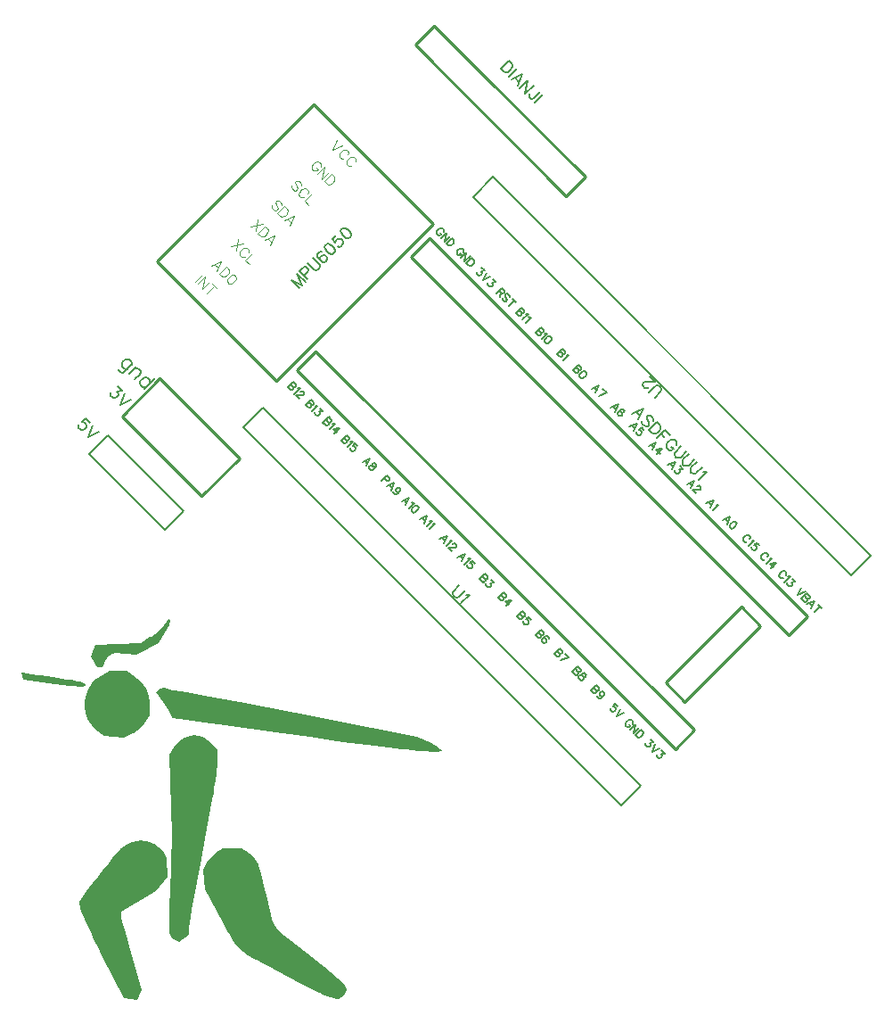
<source format=gto>
G04 Layer: TopSilkscreenLayer*
G04 EasyEDA v6.5.9, 2022-07-20 21:00:06*
G04 675a4c6cb2ae45bbbec233c6ba45e6eb,48182110fa554b5a8835cd683ef60cbf,10*
G04 Gerber Generator version 0.2*
G04 Scale: 100 percent, Rotated: No, Reflected: No *
G04 Dimensions in millimeters *
G04 leading zeros omitted , absolute positions ,4 integer and 5 decimal *
%FSLAX45Y45*%
%MOMM*%

%ADD10C,0.2032*%
%ADD11C,0.1000*%
%ADD12C,0.1520*%
%ADD13C,0.1524*%
%ADD14C,0.1270*%
%ADD15C,0.2540*%
%ADD16C,0.0147*%

%LPD*%
G36*
X-3641445Y-1187500D02*
G01*
X-3688486Y-1253388D01*
X-3694734Y-1261211D01*
X-3701999Y-1269441D01*
X-3710076Y-1277975D01*
X-3718966Y-1286764D01*
X-3728465Y-1295704D01*
X-3738524Y-1304747D01*
X-3749040Y-1313688D01*
X-3765397Y-1326896D01*
X-3776573Y-1335430D01*
X-3787851Y-1343609D01*
X-3799078Y-1351330D01*
X-3810203Y-1358544D01*
X-3821074Y-1365199D01*
X-3912158Y-1418590D01*
X-4344263Y-1439418D01*
X-4382973Y-1549908D01*
X-4349496Y-1609293D01*
X-4345432Y-1615643D01*
X-4341368Y-1621485D01*
X-4337253Y-1626819D01*
X-4333138Y-1631645D01*
X-4329023Y-1636014D01*
X-4324908Y-1639874D01*
X-4320794Y-1643278D01*
X-4316679Y-1646123D01*
X-4312615Y-1648510D01*
X-4308602Y-1650390D01*
X-4304639Y-1651762D01*
X-4300778Y-1652676D01*
X-4296968Y-1653082D01*
X-4293209Y-1652981D01*
X-4289552Y-1652371D01*
X-4286046Y-1651254D01*
X-4282592Y-1649679D01*
X-4279290Y-1647596D01*
X-4276140Y-1644954D01*
X-4273143Y-1641906D01*
X-4270248Y-1638300D01*
X-4267555Y-1634185D01*
X-4265015Y-1629613D01*
X-4262678Y-1624533D01*
X-4260545Y-1618894D01*
X-4258614Y-1612798D01*
X-4255465Y-1601114D01*
X-4253585Y-1595932D01*
X-4251350Y-1590700D01*
X-4248759Y-1585417D01*
X-4245813Y-1580184D01*
X-4242562Y-1575003D01*
X-4239006Y-1569923D01*
X-4235196Y-1564944D01*
X-4231182Y-1560169D01*
X-4222597Y-1551228D01*
X-4218076Y-1547164D01*
X-4213453Y-1543405D01*
X-4208780Y-1540002D01*
X-4204004Y-1537004D01*
X-4199280Y-1534414D01*
X-4153204Y-1511452D01*
X-3952900Y-1530705D01*
X-3737406Y-1419809D01*
X-3676802Y-1320292D01*
X-3668166Y-1305153D01*
X-3660241Y-1290320D01*
X-3653078Y-1275943D01*
X-3646881Y-1262329D01*
X-3641648Y-1249680D01*
X-3637534Y-1238300D01*
X-3634638Y-1228394D01*
X-3633673Y-1224076D01*
X-3633063Y-1220216D01*
X-3632809Y-1216863D01*
X-3632911Y-1214018D01*
X-3633368Y-1211732D01*
G37*
G36*
X-4049014Y-1684477D02*
G01*
X-4207814Y-1685137D01*
X-4361738Y-1772716D01*
X-4410151Y-1864614D01*
X-4415434Y-1875637D01*
X-4420260Y-1886762D01*
X-4424578Y-1898040D01*
X-4428490Y-1909368D01*
X-4431944Y-1920748D01*
X-4434941Y-1932228D01*
X-4437430Y-1943760D01*
X-4439564Y-1955342D01*
X-4441190Y-1966925D01*
X-4442358Y-1978507D01*
X-4443120Y-1990140D01*
X-4443425Y-2001774D01*
X-4443323Y-2013356D01*
X-4442764Y-2024938D01*
X-4441799Y-2036470D01*
X-4440377Y-2047900D01*
X-4438548Y-2059330D01*
X-4436313Y-2070658D01*
X-4433620Y-2081885D01*
X-4430572Y-2093061D01*
X-4427067Y-2104085D01*
X-4423156Y-2115007D01*
X-4418838Y-2125776D01*
X-4414113Y-2136394D01*
X-4408982Y-2146858D01*
X-4403445Y-2157171D01*
X-4397552Y-2167280D01*
X-4391253Y-2177186D01*
X-4384548Y-2186940D01*
X-4377436Y-2196439D01*
X-4369968Y-2205685D01*
X-4362145Y-2214727D01*
X-4353864Y-2223516D01*
X-4345279Y-2232050D01*
X-4336288Y-2240280D01*
X-4326940Y-2248255D01*
X-4317238Y-2255875D01*
X-4259732Y-2297836D01*
X-4066286Y-2316378D01*
X-3988612Y-2279446D01*
X-3978148Y-2273604D01*
X-3967276Y-2266797D01*
X-3956151Y-2259076D01*
X-3944975Y-2250694D01*
X-3933850Y-2241651D01*
X-3922979Y-2232152D01*
X-3912412Y-2222296D01*
X-3902354Y-2212238D01*
X-3892956Y-2202078D01*
X-3884371Y-2191969D01*
X-3876700Y-2182012D01*
X-3825443Y-2106777D01*
X-3825494Y-2004009D01*
X-3825900Y-1989734D01*
X-3826662Y-1975764D01*
X-3827779Y-1962251D01*
X-3829354Y-1949094D01*
X-3831285Y-1936292D01*
X-3833622Y-1923846D01*
X-3836365Y-1911705D01*
X-3839514Y-1899920D01*
X-3843121Y-1888489D01*
X-3847084Y-1877364D01*
X-3851503Y-1866544D01*
X-3856380Y-1855978D01*
X-3861663Y-1845716D01*
X-3867404Y-1835759D01*
X-3873601Y-1826056D01*
X-3880256Y-1816607D01*
X-3887368Y-1807413D01*
X-3894937Y-1798421D01*
X-3902964Y-1789684D01*
X-3911447Y-1781149D01*
X-3920439Y-1772869D01*
X-3929887Y-1764741D01*
X-3939844Y-1756816D01*
X-3950258Y-1749043D01*
X-3961180Y-1741474D01*
G37*
G36*
X-5044998Y-1699006D02*
G01*
X-5031079Y-1771345D01*
X-4720336Y-1811629D01*
X-4649368Y-1819910D01*
X-4585360Y-1826564D01*
X-4556912Y-1829155D01*
X-4531309Y-1831238D01*
X-4508906Y-1832762D01*
X-4490110Y-1833676D01*
X-4475226Y-1834032D01*
X-4464608Y-1833727D01*
X-4461052Y-1833270D01*
X-4458665Y-1832711D01*
X-4452112Y-1830019D01*
X-4446524Y-1827377D01*
X-4441901Y-1824736D01*
X-4438294Y-1822094D01*
X-4435652Y-1819503D01*
X-4434078Y-1816912D01*
X-4433620Y-1815642D01*
X-4433570Y-1813052D01*
X-4433874Y-1811731D01*
X-4435348Y-1809191D01*
X-4437888Y-1806600D01*
X-4441444Y-1804009D01*
X-4446066Y-1801418D01*
X-4451807Y-1798777D01*
X-4458563Y-1796135D01*
X-4466488Y-1793493D01*
X-4485589Y-1788109D01*
X-4509262Y-1782622D01*
X-4537456Y-1776984D01*
X-4570323Y-1771142D01*
X-4607966Y-1765046D01*
X-4650435Y-1758746D01*
X-4739538Y-1746300D01*
X-4869281Y-1727606D01*
X-4957419Y-1714246D01*
X-4971389Y-1711960D01*
G37*
G36*
X-3695598Y-1847291D02*
G01*
X-3701491Y-1847545D01*
X-3707384Y-1848256D01*
X-3713175Y-1849323D01*
X-3718814Y-1850796D01*
X-3724148Y-1852625D01*
X-3729177Y-1854809D01*
X-3733800Y-1857349D01*
X-3737914Y-1860143D01*
X-3741470Y-1863293D01*
X-3765245Y-1887016D01*
X-3695954Y-1983130D01*
X-3678529Y-2008174D01*
X-3662273Y-2032558D01*
X-3647948Y-2055215D01*
X-3636213Y-2074925D01*
X-3631539Y-2083307D01*
X-3627831Y-2090470D01*
X-3625138Y-2096312D01*
X-3612896Y-2130552D01*
X-3473704Y-2147620D01*
X-3364077Y-2162505D01*
X-3169208Y-2189581D01*
X-2559456Y-2275484D01*
X-2302814Y-2311857D01*
X-2094992Y-2340965D01*
X-1918614Y-2365146D01*
X-1760372Y-2386177D01*
X-1619656Y-2404160D01*
X-1547977Y-2413000D01*
X-1433474Y-2426360D01*
X-1382217Y-2431948D01*
X-1329334Y-2437384D01*
X-1276197Y-2442362D01*
X-1237996Y-2445613D01*
X-1195324Y-2448661D01*
X-1161796Y-2450490D01*
X-1132687Y-2451455D01*
X-1121156Y-2451658D01*
X-1102969Y-2451557D01*
X-1085342Y-2450846D01*
X-1070965Y-2449474D01*
X-1064971Y-2448560D01*
X-1059738Y-2447493D01*
X-1055319Y-2446223D01*
X-1050899Y-2444496D01*
X-1047089Y-2442057D01*
X-1046276Y-2440838D01*
X-1046480Y-2439771D01*
X-1047292Y-2438400D01*
X-1050442Y-2434996D01*
X-1055624Y-2430678D01*
X-1062685Y-2425496D01*
X-1071524Y-2419604D01*
X-1081938Y-2413000D01*
X-1093825Y-2405837D01*
X-1121460Y-2390190D01*
X-1153261Y-2373325D01*
X-1286256Y-2305812D01*
X-1718564Y-2222754D01*
X-2184654Y-2133854D01*
X-2970174Y-1983536D01*
X-3259582Y-1928926D01*
X-3471926Y-1889455D01*
X-3592880Y-1866392D01*
X-3637686Y-1857654D01*
X-3684015Y-1848053D01*
X-3689756Y-1847443D01*
G37*
G36*
X-3395827Y-2295956D02*
G01*
X-3406749Y-2296160D01*
X-3417722Y-2296922D01*
X-3428796Y-2298344D01*
X-3439972Y-2300427D01*
X-3451250Y-2303068D01*
X-3462578Y-2306370D01*
X-3474008Y-2310282D01*
X-3485489Y-2314803D01*
X-3497122Y-2319934D01*
X-3507943Y-2325370D01*
X-3518306Y-2331618D01*
X-3529025Y-2339086D01*
X-3539845Y-2347518D01*
X-3550564Y-2356764D01*
X-3561029Y-2366619D01*
X-3570986Y-2376932D01*
X-3580231Y-2387498D01*
X-3588562Y-2398064D01*
X-3595878Y-2408529D01*
X-3635248Y-2475026D01*
X-3609390Y-3243326D01*
X-3633927Y-3794353D01*
X-3637889Y-3893007D01*
X-3640531Y-3974744D01*
X-3641293Y-4009745D01*
X-3641648Y-4041190D01*
X-3641598Y-4075836D01*
X-3641039Y-4100017D01*
X-3640023Y-4121404D01*
X-3638600Y-4140098D01*
X-3636670Y-4156354D01*
X-3634282Y-4170476D01*
X-3631336Y-4182567D01*
X-3627882Y-4192930D01*
X-3625951Y-4197502D01*
X-3623868Y-4201769D01*
X-3621684Y-4205630D01*
X-3619347Y-4209237D01*
X-3616858Y-4212590D01*
X-3611422Y-4218584D01*
X-3606952Y-4222546D01*
X-3600450Y-4227322D01*
X-3593287Y-4231741D01*
X-3548329Y-4255922D01*
X-3452926Y-4193387D01*
X-3452825Y-4147769D01*
X-3452063Y-4136542D01*
X-3450336Y-4120489D01*
X-3444290Y-4075836D01*
X-3435350Y-4018229D01*
X-3424224Y-3951986D01*
X-3416503Y-3908145D01*
X-3335782Y-3468827D01*
X-3300222Y-3277260D01*
X-3230575Y-2906674D01*
X-3219043Y-2841396D01*
X-3211017Y-2793390D01*
X-3200196Y-2724607D01*
X-3192119Y-2668422D01*
X-3185668Y-2618689D01*
X-3183128Y-2596743D01*
X-3181096Y-2577084D01*
X-3179622Y-2559862D01*
X-3178454Y-2539136D01*
X-3178403Y-2435301D01*
X-3231540Y-2378100D01*
X-3241294Y-2368245D01*
X-3251098Y-2359050D01*
X-3260953Y-2350516D01*
X-3270910Y-2342540D01*
X-3280918Y-2335225D01*
X-3290976Y-2328519D01*
X-3301136Y-2322474D01*
X-3311398Y-2317038D01*
X-3321659Y-2312212D01*
X-3332022Y-2307996D01*
X-3342487Y-2304440D01*
X-3353003Y-2301494D01*
X-3363569Y-2299208D01*
X-3374237Y-2297480D01*
X-3385007Y-2296414D01*
G37*
G36*
X-3911498Y-3295548D02*
G01*
X-3923233Y-3295904D01*
X-3934968Y-3296767D01*
X-3946651Y-3298088D01*
X-3958285Y-3300018D01*
X-3969816Y-3302406D01*
X-3981246Y-3305352D01*
X-3992524Y-3308858D01*
X-4003700Y-3312871D01*
X-4014622Y-3317443D01*
X-4025392Y-3322624D01*
X-4036720Y-3328720D01*
X-4048912Y-3335680D01*
X-4060901Y-3342995D01*
X-4072432Y-3350361D01*
X-4083202Y-3357575D01*
X-4092803Y-3364433D01*
X-4100982Y-3370681D01*
X-4107383Y-3376168D01*
X-4114495Y-3383584D01*
X-4123182Y-3393541D01*
X-4147718Y-3422954D01*
X-4180078Y-3462782D01*
X-4218076Y-3510229D01*
X-4275582Y-3582924D01*
X-4318304Y-3637534D01*
X-4364228Y-3696766D01*
X-4400804Y-3744468D01*
X-4443222Y-3800957D01*
X-4459986Y-3824579D01*
X-4496511Y-3880408D01*
X-4482693Y-3945585D01*
X-4480610Y-3952748D01*
X-4477258Y-3962298D01*
X-4466996Y-3988104D01*
X-4452416Y-4022090D01*
X-4433925Y-4063237D01*
X-4411929Y-4110685D01*
X-4386986Y-4163466D01*
X-4355846Y-4227931D01*
X-4314291Y-4312208D01*
X-4270044Y-4400194D01*
X-4070553Y-4792319D01*
X-3943400Y-4804613D01*
X-3900678Y-4710836D01*
X-4019042Y-4303522D01*
X-4039006Y-4233164D01*
X-4056938Y-4168546D01*
X-4072382Y-4111498D01*
X-4084828Y-4063898D01*
X-4093768Y-4027576D01*
X-4096765Y-4014215D01*
X-4098747Y-4004360D01*
X-4099560Y-3998264D01*
X-4099255Y-3968800D01*
X-3762044Y-3772712D01*
X-3658819Y-3638448D01*
X-3661460Y-3458718D01*
X-3701643Y-3397504D01*
X-3708400Y-3388309D01*
X-3715664Y-3379520D01*
X-3723335Y-3371138D01*
X-3731463Y-3363163D01*
X-3739997Y-3355594D01*
X-3748836Y-3348431D01*
X-3758082Y-3341725D01*
X-3767683Y-3335477D01*
X-3777538Y-3329635D01*
X-3787698Y-3324199D01*
X-3798112Y-3319272D01*
X-3808780Y-3314750D01*
X-3819601Y-3310737D01*
X-3830675Y-3307130D01*
X-3841902Y-3304032D01*
X-3853281Y-3301390D01*
X-3864762Y-3299256D01*
X-3876344Y-3297580D01*
X-3888028Y-3296412D01*
X-3899712Y-3295751D01*
G37*
G36*
X-3129381Y-3370935D02*
G01*
X-3196488Y-3411931D01*
X-3205429Y-3418179D01*
X-3214522Y-3425190D01*
X-3223666Y-3432962D01*
X-3232759Y-3441344D01*
X-3241700Y-3450132D01*
X-3250336Y-3459327D01*
X-3258565Y-3468725D01*
X-3266236Y-3478225D01*
X-3273348Y-3487674D01*
X-3279648Y-3496970D01*
X-3285134Y-3506012D01*
X-3320034Y-3573322D01*
X-3302304Y-3757929D01*
X-3129127Y-4073906D01*
X-3084931Y-4155033D01*
X-3063544Y-4192981D01*
X-3054553Y-4208373D01*
X-3037128Y-4236618D01*
X-3024276Y-4255922D01*
X-3017875Y-4265015D01*
X-3004769Y-4282287D01*
X-2995777Y-4293209D01*
X-2984144Y-4306316D01*
X-2971901Y-4318863D01*
X-2961589Y-4328617D01*
X-2947924Y-4340555D01*
X-2936240Y-4350004D01*
X-2920695Y-4361789D01*
X-2907334Y-4371187D01*
X-2889402Y-4383176D01*
X-2869946Y-4395368D01*
X-2853182Y-4405477D01*
X-2835300Y-4415891D01*
X-2795778Y-4437938D01*
X-2750870Y-4462068D01*
X-2699918Y-4488789D01*
X-2402484Y-4642662D01*
X-2318969Y-4685284D01*
X-2265324Y-4712157D01*
X-2233472Y-4727752D01*
X-2204567Y-4741519D01*
X-2178456Y-4753610D01*
X-2154885Y-4764074D01*
X-2133752Y-4772914D01*
X-2114804Y-4780229D01*
X-2097938Y-4786071D01*
X-2082901Y-4790592D01*
X-2069541Y-4793691D01*
X-2057654Y-4795621D01*
X-2047138Y-4796282D01*
X-2042312Y-4796180D01*
X-2037740Y-4795824D01*
X-2033422Y-4795215D01*
X-2025396Y-4793183D01*
X-2019807Y-4790998D01*
X-2016252Y-4789271D01*
X-2009546Y-4785156D01*
X-2003094Y-4780178D01*
X-1995119Y-4772914D01*
X-1984603Y-4762195D01*
X-1976678Y-4753508D01*
X-1969871Y-4745126D01*
X-1966874Y-4741011D01*
X-1961997Y-4732832D01*
X-1960016Y-4728768D01*
X-1958441Y-4724654D01*
X-1957222Y-4720488D01*
X-1956460Y-4716272D01*
X-1956054Y-4712004D01*
X-1956054Y-4707585D01*
X-1956511Y-4703114D01*
X-1957374Y-4698492D01*
X-1958746Y-4693767D01*
X-1960575Y-4688840D01*
X-1962912Y-4683760D01*
X-1965706Y-4678476D01*
X-1969058Y-4672990D01*
X-1972970Y-4667250D01*
X-1977389Y-4661306D01*
X-1982368Y-4655058D01*
X-1987905Y-4648555D01*
X-2000808Y-4634636D01*
X-2016150Y-4619396D01*
X-2034082Y-4602734D01*
X-2054707Y-4584446D01*
X-2078126Y-4564481D01*
X-2104491Y-4542637D01*
X-2166315Y-4492802D01*
X-2241194Y-4433976D01*
X-2329891Y-4364939D01*
X-2479497Y-4249928D01*
X-2516378Y-4221022D01*
X-2532735Y-4207916D01*
X-2547772Y-4195470D01*
X-2561590Y-4183684D01*
X-2574239Y-4172407D01*
X-2585821Y-4161536D01*
X-2596438Y-4150969D01*
X-2606090Y-4140606D01*
X-2614879Y-4130294D01*
X-2622905Y-4120032D01*
X-2631948Y-4106976D01*
X-2640025Y-4093514D01*
X-2645867Y-4082389D01*
X-2651302Y-4070705D01*
X-2655112Y-4061612D01*
X-2661056Y-4045559D01*
X-2666644Y-4028236D01*
X-2671013Y-4013301D01*
X-2675280Y-3997401D01*
X-2683916Y-3961993D01*
X-2716123Y-3819804D01*
X-2738221Y-3726078D01*
X-2748483Y-3683558D01*
X-2758033Y-3645611D01*
X-2766872Y-3611930D01*
X-2775204Y-3582212D01*
X-2783179Y-3556050D01*
X-2790952Y-3533190D01*
X-2794762Y-3522878D01*
X-2802432Y-3504234D01*
X-2806293Y-3495903D01*
X-2810256Y-3488080D01*
X-2814218Y-3480815D01*
X-2818282Y-3474059D01*
X-2822448Y-3467709D01*
X-2826766Y-3461765D01*
X-2831185Y-3456178D01*
X-2835757Y-3450894D01*
X-2842971Y-3443528D01*
X-2853283Y-3434435D01*
X-2861614Y-3427984D01*
X-2873705Y-3419601D01*
X-2886913Y-3411169D01*
X-2952902Y-3370935D01*
G37*
D10*
X-3983687Y1234645D02*
G01*
X-4060738Y1157594D01*
X-4080136Y1147897D01*
X-4089834Y1147897D01*
X-4104203Y1152565D01*
X-4118752Y1167114D01*
X-4123420Y1181483D01*
X-3998236Y1220099D02*
G01*
X-3998236Y1239494D01*
X-4002905Y1253863D01*
X-4017454Y1268412D01*
X-4031823Y1273081D01*
X-4051218Y1273081D01*
X-4070436Y1263563D01*
X-4080136Y1253863D01*
X-4089656Y1234645D01*
X-4089656Y1215247D01*
X-4084985Y1200881D01*
X-4070436Y1186332D01*
X-4056070Y1181661D01*
X-4036672Y1181661D01*
X-3951897Y1202855D02*
G01*
X-4019430Y1135324D01*
X-3971114Y1183637D02*
G01*
X-3942199Y1183459D01*
X-3927830Y1178788D01*
X-3913284Y1164242D01*
X-3908432Y1149692D01*
X-3917952Y1130475D01*
X-3966265Y1082161D01*
X-3775346Y1093835D02*
G01*
X-3876644Y992538D01*
X-3823660Y1045522D02*
G01*
X-3823660Y1064920D01*
X-3828508Y1079466D01*
X-3842877Y1093835D01*
X-3857426Y1098684D01*
X-3876644Y1098504D01*
X-3895862Y1088986D01*
X-3905559Y1079286D01*
X-3915079Y1060069D01*
X-3915257Y1040851D01*
X-3910408Y1026304D01*
X-3896039Y1011936D01*
X-3881493Y1007087D01*
X-3862095Y1007087D01*
D11*
X-3321776Y2078276D02*
G01*
X-3389309Y2010742D01*
X-3300585Y2057082D02*
G01*
X-3368116Y1989551D01*
X-3300585Y2057082D02*
G01*
X-3323033Y1944469D01*
X-3255502Y2012000D02*
G01*
X-3323033Y1944469D01*
X-3211857Y1968357D02*
G01*
X-3279391Y1900826D01*
X-3234309Y1990808D02*
G01*
X-3189409Y1945906D01*
X-2985020Y2415031D02*
G01*
X-3007471Y2302418D01*
X-2939940Y2369949D02*
G01*
X-3052554Y2347501D01*
X-2886778Y2284458D02*
G01*
X-2883545Y2294155D01*
X-2883545Y2307089D01*
X-2886598Y2316606D01*
X-2899529Y2329538D01*
X-2909227Y2332771D01*
X-2922160Y2332771D01*
X-2931678Y2329360D01*
X-2944431Y2323073D01*
X-2960596Y2306909D01*
X-2967060Y2293978D01*
X-2970293Y2284638D01*
X-2970293Y2271707D01*
X-2967060Y2262007D01*
X-2954129Y2249076D01*
X-2944609Y2246022D01*
X-2931678Y2246022D01*
X-2922160Y2249076D01*
X-2849420Y2279429D02*
G01*
X-2916951Y2211898D01*
X-2916951Y2211898D02*
G01*
X-2878335Y2173282D01*
X-3147024Y2201661D02*
G01*
X-3240237Y2159815D01*
X-3147024Y2201661D02*
G01*
X-3188870Y2108446D01*
X-3208088Y2172566D02*
G01*
X-3175939Y2140417D01*
X-3100146Y2154786D02*
G01*
X-3167677Y2087252D01*
X-3100146Y2154786D02*
G01*
X-3077517Y2132154D01*
X-3071230Y2119403D01*
X-3071230Y2106472D01*
X-3074461Y2096772D01*
X-3080748Y2084021D01*
X-3096912Y2067857D01*
X-3109846Y2061390D01*
X-3119363Y2058337D01*
X-3132294Y2058337D01*
X-3145048Y2064623D01*
X-3167677Y2087252D01*
X-3014654Y2069292D02*
G01*
X-3027405Y2075578D01*
X-3043570Y2072345D01*
X-3062787Y2059594D01*
X-3072488Y2049896D01*
X-3085238Y2030679D01*
X-3088472Y2014514D01*
X-3082185Y2001761D01*
X-3075719Y1995296D01*
X-3062787Y1988830D01*
X-3046623Y1992063D01*
X-3027405Y2004814D01*
X-3017707Y2014514D01*
X-3004954Y2033732D01*
X-3001723Y2049896D01*
X-3008188Y2062827D01*
X-3014654Y2069292D01*
X-2797335Y2602717D02*
G01*
X-2819786Y2490104D01*
X-2752255Y2557635D02*
G01*
X-2864868Y2535184D01*
X-2731061Y2536441D02*
G01*
X-2798592Y2468910D01*
X-2731061Y2536441D02*
G01*
X-2708610Y2513992D01*
X-2702145Y2501059D01*
X-2702323Y2488308D01*
X-2705557Y2478610D01*
X-2711843Y2465857D01*
X-2728008Y2449692D01*
X-2740939Y2443228D01*
X-2750459Y2440175D01*
X-2763210Y2439995D01*
X-2776141Y2446459D01*
X-2798592Y2468910D01*
X-2639283Y2444663D02*
G01*
X-2732498Y2402817D01*
X-2639283Y2444663D02*
G01*
X-2680952Y2351270D01*
X-2700350Y2415567D02*
G01*
X-2668198Y2383419D01*
X-2574267Y2735625D02*
G01*
X-2574267Y2748556D01*
X-2580731Y2761487D01*
X-2593662Y2774419D01*
X-2606415Y2780705D01*
X-2619347Y2780705D01*
X-2625813Y2774238D01*
X-2629044Y2764541D01*
X-2628866Y2758254D01*
X-2625633Y2748556D01*
X-2612880Y2722872D01*
X-2609649Y2713174D01*
X-2609649Y2706707D01*
X-2612880Y2697010D01*
X-2622400Y2687490D01*
X-2635331Y2687490D01*
X-2648262Y2693957D01*
X-2661196Y2706888D01*
X-2667482Y2719638D01*
X-2667482Y2732572D01*
X-2543373Y2724129D02*
G01*
X-2610906Y2656598D01*
X-2543373Y2724129D02*
G01*
X-2520924Y2701678D01*
X-2514457Y2688747D01*
X-2514638Y2675996D01*
X-2517871Y2666296D01*
X-2524155Y2653545D01*
X-2540320Y2637381D01*
X-2553253Y2630914D01*
X-2562771Y2627861D01*
X-2575524Y2627680D01*
X-2588455Y2634147D01*
X-2610906Y2656598D01*
X-2451595Y2632351D02*
G01*
X-2544810Y2590502D01*
X-2451595Y2632351D02*
G01*
X-2493263Y2538956D01*
X-2512661Y2603256D02*
G01*
X-2480513Y2571107D01*
X-2386581Y2923311D02*
G01*
X-2386581Y2936242D01*
X-2393045Y2949173D01*
X-2405976Y2962104D01*
X-2418730Y2968391D01*
X-2431661Y2968391D01*
X-2438128Y2961924D01*
X-2441359Y2952226D01*
X-2441181Y2945940D01*
X-2437947Y2936242D01*
X-2425197Y2910558D01*
X-2421963Y2900860D01*
X-2421963Y2894393D01*
X-2425197Y2884695D01*
X-2434714Y2875175D01*
X-2447645Y2875175D01*
X-2460579Y2881642D01*
X-2473510Y2894573D01*
X-2479796Y2907324D01*
X-2479796Y2920255D01*
X-2323719Y2847517D02*
G01*
X-2320485Y2857215D01*
X-2320485Y2870146D01*
X-2323538Y2879666D01*
X-2336469Y2892597D01*
X-2346170Y2895831D01*
X-2359101Y2895831D01*
X-2368621Y2892417D01*
X-2381371Y2886130D01*
X-2397536Y2869966D01*
X-2404003Y2857035D01*
X-2407234Y2847695D01*
X-2407234Y2834764D01*
X-2404003Y2825066D01*
X-2391069Y2812135D01*
X-2381552Y2809082D01*
X-2368621Y2809082D01*
X-2359101Y2812135D01*
X-2286360Y2842488D02*
G01*
X-2353891Y2774957D01*
X-2353891Y2774957D02*
G01*
X-2315278Y2736342D01*
X-2202306Y3101477D02*
G01*
X-2198895Y3110997D01*
X-2198895Y3123928D01*
X-2202129Y3133625D01*
X-2215060Y3146557D01*
X-2224577Y3149610D01*
X-2237511Y3149610D01*
X-2247209Y3146379D01*
X-2259959Y3140092D01*
X-2276124Y3123928D01*
X-2282591Y3110997D01*
X-2285644Y3101477D01*
X-2285644Y3088546D01*
X-2282591Y3079026D01*
X-2269660Y3066094D01*
X-2259959Y3062861D01*
X-2247028Y3062861D01*
X-2237689Y3066094D01*
X-2227991Y3075792D01*
X-2243975Y3091776D02*
G01*
X-2227991Y3075792D01*
X-2164770Y3096267D02*
G01*
X-2232301Y3028736D01*
X-2164770Y3096267D02*
G01*
X-2187399Y2983834D01*
X-2119868Y3051368D02*
G01*
X-2187399Y2983834D01*
X-2098675Y3030174D02*
G01*
X-2166205Y2962640D01*
X-2098675Y3030174D02*
G01*
X-2076223Y3007723D01*
X-2069759Y2994792D01*
X-2069759Y2981860D01*
X-2072993Y2972160D01*
X-2079277Y2959409D01*
X-2095441Y2943245D01*
X-2108375Y2936778D01*
X-2117892Y2933725D01*
X-2130823Y2933725D01*
X-2143757Y2940192D01*
X-2166205Y2962640D01*
X-2046587Y3353465D02*
G01*
X-2088433Y3260252D01*
X-1995218Y3302099D02*
G01*
X-2088433Y3260252D01*
X-1941875Y3216427D02*
G01*
X-1938644Y3226125D01*
X-1938644Y3239058D01*
X-1941875Y3248756D01*
X-1954629Y3261507D01*
X-1964326Y3264740D01*
X-1977257Y3264740D01*
X-1986958Y3261507D01*
X-1999708Y3255223D01*
X-2015873Y3239058D01*
X-2022340Y3226125D01*
X-2025393Y3216607D01*
X-2025393Y3203676D01*
X-2022160Y3193976D01*
X-2009409Y3181225D01*
X-1999708Y3177992D01*
X-1986777Y3177992D01*
X-1977257Y3181045D01*
X-1872548Y3147100D02*
G01*
X-1869137Y3156618D01*
X-1869137Y3169551D01*
X-1872368Y3179249D01*
X-1885302Y3192180D01*
X-1894819Y3195233D01*
X-1907750Y3195233D01*
X-1917451Y3192000D01*
X-1930201Y3185716D01*
X-1946366Y3169551D01*
X-1952833Y3156618D01*
X-1955886Y3147100D01*
X-1955886Y3134169D01*
X-1952833Y3124649D01*
X-1939902Y3111718D01*
X-1930201Y3108485D01*
X-1917270Y3108485D01*
X-1907931Y3111718D01*
D12*
X-2482400Y2025202D02*
G01*
X-2405352Y1948152D01*
X-2482400Y2025202D02*
G01*
X-2375895Y1977605D01*
X-2423670Y2083932D02*
G01*
X-2375895Y1977605D01*
X-2423670Y2083932D02*
G01*
X-2346619Y2006881D01*
X-2399423Y2108179D02*
G01*
X-2322372Y2031128D01*
X-2399423Y2108179D02*
G01*
X-2366375Y2141227D01*
X-2351648Y2148771D01*
X-2344465Y2148771D01*
X-2333330Y2145177D01*
X-2322192Y2134041D01*
X-2318600Y2122906D01*
X-2318600Y2115723D01*
X-2325964Y2100816D01*
X-2359012Y2067768D01*
X-2323630Y2183973D02*
G01*
X-2268672Y2129012D01*
X-2253942Y2121471D01*
X-2239215Y2121471D01*
X-2224669Y2128834D01*
X-2217303Y2136198D01*
X-2209761Y2150925D01*
X-2209761Y2165652D01*
X-2217303Y2180381D01*
X-2272263Y2235339D01*
X-2193056Y2292634D02*
G01*
X-2204013Y2296406D01*
X-2218560Y2289042D01*
X-2225926Y2281679D01*
X-2233467Y2266950D01*
X-2229876Y2248631D01*
X-2214968Y2226538D01*
X-2196650Y2208220D01*
X-2178329Y2197084D01*
X-2163602Y2197084D01*
X-2148875Y2204628D01*
X-2145281Y2208220D01*
X-2137740Y2222947D01*
X-2137918Y2237496D01*
X-2145281Y2252403D01*
X-2148875Y2255994D01*
X-2163602Y2263178D01*
X-2178151Y2263358D01*
X-2193056Y2255994D01*
X-2196650Y2252403D01*
X-2204013Y2237496D01*
X-2204013Y2222766D01*
X-2196650Y2208220D01*
X-2153904Y2353701D02*
G01*
X-2161446Y2338971D01*
X-2157854Y2320653D01*
X-2142947Y2298560D01*
X-2131992Y2287605D01*
X-2110079Y2272878D01*
X-2091580Y2269106D01*
X-2076853Y2276650D01*
X-2069490Y2284013D01*
X-2062124Y2298560D01*
X-2065896Y2317061D01*
X-2080625Y2338971D01*
X-2091580Y2349929D01*
X-2113671Y2364836D01*
X-2131992Y2368428D01*
X-2146538Y2361064D01*
X-2153904Y2353701D01*
X-2056198Y2451404D02*
G01*
X-2093018Y2414584D01*
X-2063562Y2377945D01*
X-2063742Y2385311D01*
X-2056198Y2400038D01*
X-2045243Y2410993D01*
X-2030694Y2418356D01*
X-2015967Y2418356D01*
X-2001238Y2411173D01*
X-1993874Y2403810D01*
X-1986511Y2388903D01*
X-1986511Y2374176D01*
X-1993874Y2359626D01*
X-2004832Y2348671D01*
X-2019559Y2341128D01*
X-2026922Y2341305D01*
X-2038057Y2344900D01*
X-2002675Y2504927D02*
G01*
X-2010039Y2490378D01*
X-2006447Y2472060D01*
X-1991540Y2449967D01*
X-1980585Y2439012D01*
X-1958672Y2424285D01*
X-1940173Y2420513D01*
X-1925624Y2427876D01*
X-1918261Y2435240D01*
X-1910717Y2449967D01*
X-1914489Y2468468D01*
X-1929218Y2490378D01*
X-1940173Y2501336D01*
X-1962264Y2516243D01*
X-1980585Y2519834D01*
X-1995312Y2512291D01*
X-2002675Y2504927D01*
D13*
X865337Y806427D02*
G01*
X758832Y758832D01*
X865337Y806427D02*
G01*
X817562Y700100D01*
X795472Y773559D02*
G01*
X832289Y736739D01*
X959449Y690402D02*
G01*
X959449Y705129D01*
X951908Y719856D01*
X937359Y734405D01*
X922632Y741949D01*
X907902Y741949D01*
X900539Y734585D01*
X896947Y723450D01*
X896767Y716084D01*
X900539Y705129D01*
X915268Y675675D01*
X919040Y664718D01*
X918860Y657354D01*
X915268Y646219D01*
X904311Y635264D01*
X889584Y635264D01*
X874857Y642807D01*
X860308Y657354D01*
X852764Y672081D01*
X852764Y686810D01*
X994653Y677110D02*
G01*
X917602Y600059D01*
X994653Y677110D02*
G01*
X1020335Y651428D01*
X1027701Y636879D01*
X1027701Y622152D01*
X1024107Y611017D01*
X1016563Y596287D01*
X998245Y577969D01*
X983696Y570605D01*
X972560Y567014D01*
X957834Y567014D01*
X943284Y574377D01*
X917602Y600059D01*
X1070267Y601497D02*
G01*
X993216Y524446D01*
X1070267Y601497D02*
G01*
X1118041Y553722D01*
X1033627Y564857D02*
G01*
X1063083Y535404D01*
X1179108Y456016D02*
G01*
X1182700Y467151D01*
X1182700Y481881D01*
X1178928Y492836D01*
X1164379Y507385D01*
X1153424Y511157D01*
X1138697Y511157D01*
X1127561Y507563D01*
X1112832Y500021D01*
X1094513Y481700D01*
X1087150Y467151D01*
X1083558Y456016D01*
X1083558Y441289D01*
X1087328Y430334D01*
X1101877Y415785D01*
X1112832Y412013D01*
X1127561Y412013D01*
X1138697Y415607D01*
X1149652Y426562D01*
X1131153Y445061D02*
G01*
X1149652Y426562D01*
X1221673Y450090D02*
G01*
X1166535Y394952D01*
X1159172Y380403D01*
X1159172Y365676D01*
X1166535Y351127D01*
X1173899Y343763D01*
X1188626Y336219D01*
X1203355Y336219D01*
X1217902Y343585D01*
X1273040Y398724D01*
X1297287Y374477D02*
G01*
X1242148Y319338D01*
X1234965Y304609D01*
X1234785Y290062D01*
X1242329Y275333D01*
X1249692Y267970D01*
X1264239Y260606D01*
X1278968Y260606D01*
X1293515Y267970D01*
X1348653Y323110D01*
X1372900Y298864D02*
G01*
X1317762Y243723D01*
X1310579Y228996D01*
X1310579Y214269D01*
X1317942Y199720D01*
X1325305Y192356D01*
X1339855Y184993D01*
X1354581Y184993D01*
X1369308Y192176D01*
X1424447Y247317D01*
X1433967Y208340D02*
G01*
X1445102Y204749D01*
X1467015Y204749D01*
X1389964Y127698D01*
D14*
X-2460706Y1059553D02*
G01*
X-2512253Y1008006D01*
X-2460706Y1059553D02*
G01*
X-2438615Y1037462D01*
X-2433767Y1027584D01*
X-2433944Y1022733D01*
X-2436281Y1015370D01*
X-2441130Y1010521D01*
X-2448493Y1008186D01*
X-2453342Y1008006D01*
X-2463220Y1012855D01*
X-2485313Y1034948D02*
G01*
X-2463220Y1012855D01*
X-2458191Y1003157D01*
X-2458372Y998308D01*
X-2460706Y990945D01*
X-2468069Y983579D01*
X-2475435Y981245D01*
X-2480284Y981064D01*
X-2490162Y985916D01*
X-2512253Y1008006D01*
X-2420117Y999205D02*
G01*
X-2412753Y996871D01*
X-2398024Y996871D01*
X-2449570Y945324D01*
X-2391737Y965799D02*
G01*
X-2389223Y968314D01*
X-2382039Y970828D01*
X-2377010Y970828D01*
X-2369647Y968494D01*
X-2359769Y958616D01*
X-2357434Y951252D01*
X-2357434Y946223D01*
X-2359949Y939037D01*
X-2364798Y934189D01*
X-2371981Y931674D01*
X-2384374Y929340D01*
X-2433406Y929159D01*
X-2399101Y894854D01*
X-2293673Y892520D02*
G01*
X-2345220Y840973D01*
X-2293673Y892520D02*
G01*
X-2271582Y870430D01*
X-2266734Y860552D01*
X-2266911Y855700D01*
X-2269248Y848337D01*
X-2274097Y843488D01*
X-2281461Y841154D01*
X-2286309Y840973D01*
X-2296187Y845822D01*
X-2318280Y867915D02*
G01*
X-2296187Y845822D01*
X-2291158Y836124D01*
X-2291339Y831275D01*
X-2293673Y823912D01*
X-2301036Y816546D01*
X-2308402Y814212D01*
X-2313251Y814034D01*
X-2323129Y818883D01*
X-2345220Y840973D01*
X-2253084Y832172D02*
G01*
X-2245720Y829838D01*
X-2230991Y829838D01*
X-2282537Y778291D01*
X-2209977Y808824D02*
G01*
X-2183038Y781883D01*
X-2217163Y776853D01*
X-2209977Y769670D01*
X-2207463Y762127D01*
X-2207643Y757278D01*
X-2212492Y747400D01*
X-2217341Y742551D01*
X-2227219Y737702D01*
X-2236919Y737702D01*
X-2246797Y742551D01*
X-2254161Y749914D01*
X-2259009Y759792D01*
X-2258829Y764641D01*
X-2256495Y772005D01*
X-2126640Y725487D02*
G01*
X-2178187Y673940D01*
X-2126640Y725487D02*
G01*
X-2104550Y703397D01*
X-2099701Y693519D01*
X-2099878Y688667D01*
X-2102215Y681304D01*
X-2107064Y676455D01*
X-2114428Y674121D01*
X-2119276Y673940D01*
X-2129154Y678789D01*
X-2151247Y700882D02*
G01*
X-2129154Y678789D01*
X-2124125Y669091D01*
X-2124306Y664243D01*
X-2126640Y656879D01*
X-2134006Y649516D01*
X-2141369Y647179D01*
X-2146218Y647001D01*
X-2156096Y651850D01*
X-2178187Y673940D01*
X-2086051Y665139D02*
G01*
X-2078687Y662805D01*
X-2063958Y662805D01*
X-2115505Y611258D01*
X-2023369Y622216D02*
G01*
X-2082098Y612335D01*
X-2045279Y575518D01*
X-2023369Y622216D02*
G01*
X-2074915Y570669D01*
X-1957095Y555939D02*
G01*
X-2008639Y504393D01*
X-1957095Y555939D02*
G01*
X-1935182Y534029D01*
X-1930333Y524151D01*
X-1930333Y519122D01*
X-1932668Y511756D01*
X-1937517Y506907D01*
X-1944880Y504573D01*
X-1949909Y504573D01*
X-1959787Y509422D01*
X-1981700Y531334D02*
G01*
X-1959787Y509422D01*
X-1954758Y499724D01*
X-1954758Y494695D01*
X-1957095Y487332D01*
X-1964458Y479968D01*
X-1971822Y477631D01*
X-1976851Y477631D01*
X-1986729Y482483D01*
X-2008639Y504393D01*
X-1916503Y495594D02*
G01*
X-1909140Y493257D01*
X-1894410Y493257D01*
X-1945957Y441711D01*
X-1848972Y447817D02*
G01*
X-1873397Y472244D01*
X-1898004Y452668D01*
X-1892975Y452668D01*
X-1883275Y447639D01*
X-1875911Y440275D01*
X-1870882Y430575D01*
X-1871063Y420697D01*
X-1875911Y410819D01*
X-1880760Y405970D01*
X-1890641Y401121D01*
X-1900339Y401121D01*
X-1910217Y405970D01*
X-1917580Y413334D01*
X-1922429Y423212D01*
X-1922429Y428241D01*
X-1919914Y435424D01*
X-1732767Y331614D02*
G01*
X-1803890Y299643D01*
X-1732767Y331614D02*
G01*
X-1764736Y260489D01*
X-1779285Y309521D02*
G01*
X-1754858Y285097D01*
X-1684812Y283659D02*
G01*
X-1694690Y288508D01*
X-1702054Y286174D01*
X-1707083Y281144D01*
X-1709417Y273781D01*
X-1706905Y266595D01*
X-1699539Y254203D01*
X-1694690Y244325D01*
X-1694690Y234627D01*
X-1697024Y227263D01*
X-1704390Y219900D01*
X-1711754Y217563D01*
X-1716783Y217563D01*
X-1726481Y222234D01*
X-1736359Y232112D01*
X-1741208Y241990D01*
X-1741208Y247020D01*
X-1738693Y254203D01*
X-1731330Y261566D01*
X-1724146Y264081D01*
X-1714268Y263903D01*
X-1704390Y259054D01*
X-1692175Y251868D01*
X-1684992Y249354D01*
X-1677629Y251688D01*
X-1672600Y256717D01*
X-1670265Y264081D01*
X-1674934Y273781D01*
X-1684812Y283659D01*
X-1571122Y169969D02*
G01*
X-1622668Y118422D01*
X-1571122Y169969D02*
G01*
X-1549212Y148056D01*
X-1544360Y138178D01*
X-1544360Y133149D01*
X-1546697Y125785D01*
X-1554060Y118422D01*
X-1561424Y116088D01*
X-1566453Y116088D01*
X-1576151Y121117D01*
X-1598063Y143027D01*
X-1501076Y99923D02*
G01*
X-1572201Y67952D01*
X-1501076Y99923D02*
G01*
X-1533047Y28798D01*
X-1547594Y77830D02*
G01*
X-1523169Y53406D01*
X-1450787Y15148D02*
G01*
X-1460665Y10299D01*
X-1470365Y10299D01*
X-1480243Y15148D01*
X-1482577Y17485D01*
X-1487426Y27363D01*
X-1487606Y37241D01*
X-1482577Y46939D01*
X-1480063Y49453D01*
X-1470365Y54482D01*
X-1460484Y54302D01*
X-1450606Y49453D01*
X-1448272Y47119D01*
X-1443423Y37241D01*
X-1443423Y27541D01*
X-1450787Y15148D01*
X-1462999Y2936D01*
X-1477728Y-6761D01*
X-1489941Y-9276D01*
X-1499819Y-4427D01*
X-1504668Y421D01*
X-1509519Y10299D01*
X-1507182Y17663D01*
X-1360086Y-41066D02*
G01*
X-1431211Y-73035D01*
X-1360086Y-41066D02*
G01*
X-1392057Y-112189D01*
X-1406603Y-63157D02*
G01*
X-1382179Y-87584D01*
X-1334223Y-86687D02*
G01*
X-1326680Y-89199D01*
X-1312130Y-89021D01*
X-1363677Y-140568D01*
X-1281239Y-119913D02*
G01*
X-1291117Y-115064D01*
X-1303332Y-117579D01*
X-1318059Y-127276D01*
X-1325422Y-134640D01*
X-1335120Y-149369D01*
X-1337635Y-161582D01*
X-1332786Y-171460D01*
X-1327757Y-176489D01*
X-1318059Y-181157D01*
X-1305666Y-178823D01*
X-1291117Y-168945D01*
X-1283754Y-161582D01*
X-1273876Y-147032D01*
X-1271541Y-134640D01*
X-1276210Y-124942D01*
X-1281239Y-119913D01*
X-1188204Y-212948D02*
G01*
X-1259329Y-244919D01*
X-1188204Y-212948D02*
G01*
X-1219995Y-284251D01*
X-1234721Y-235041D02*
G01*
X-1210116Y-259646D01*
X-1162161Y-258747D02*
G01*
X-1154798Y-261084D01*
X-1140071Y-261084D01*
X-1191618Y-312630D01*
X-1133784Y-287126D02*
G01*
X-1126421Y-289460D01*
X-1111691Y-289460D01*
X-1163238Y-341007D01*
X-1000516Y-400636D02*
G01*
X-1071641Y-432605D01*
X-1000516Y-400636D02*
G01*
X-1032487Y-471759D01*
X-1047036Y-422727D02*
G01*
X-1022609Y-447154D01*
X-974653Y-446255D02*
G01*
X-967290Y-448591D01*
X-952563Y-448591D01*
X-1004110Y-500136D01*
X-946277Y-479661D02*
G01*
X-943762Y-477149D01*
X-936398Y-474812D01*
X-931550Y-474634D01*
X-924184Y-476968D01*
X-914306Y-486846D01*
X-911971Y-494210D01*
X-911971Y-499239D01*
X-914306Y-506603D01*
X-919157Y-511451D01*
X-926520Y-513788D01*
X-938733Y-516300D01*
X-987945Y-516300D01*
X-953640Y-550605D01*
X-828634Y-572518D02*
G01*
X-899759Y-604486D01*
X-828634Y-572518D02*
G01*
X-860605Y-643641D01*
X-875151Y-594608D02*
G01*
X-850727Y-619036D01*
X-802772Y-618136D02*
G01*
X-795228Y-620651D01*
X-780501Y-620651D01*
X-832048Y-672198D01*
X-735060Y-666092D02*
G01*
X-759487Y-641667D01*
X-784092Y-661243D01*
X-779063Y-661243D01*
X-769365Y-666272D01*
X-762002Y-673635D01*
X-756973Y-683333D01*
X-757151Y-693211D01*
X-762180Y-702911D01*
X-767031Y-707760D01*
X-776729Y-712790D01*
X-786427Y-712790D01*
X-796305Y-707941D01*
X-803671Y-700577D01*
X-808520Y-690699D01*
X-808520Y-685670D01*
X-806005Y-678484D01*
X-638611Y-762541D02*
G01*
X-690158Y-814087D01*
X-638611Y-762541D02*
G01*
X-616521Y-784631D01*
X-611672Y-794509D01*
X-611672Y-799538D01*
X-614187Y-806724D01*
X-619036Y-811573D01*
X-626219Y-814087D01*
X-631248Y-814087D01*
X-641126Y-809238D01*
X-663219Y-787145D02*
G01*
X-641126Y-809238D01*
X-636097Y-818936D01*
X-636097Y-823965D01*
X-638611Y-831148D01*
X-645977Y-838512D01*
X-653161Y-841027D01*
X-658190Y-841027D01*
X-668068Y-836178D01*
X-690158Y-814087D01*
X-583115Y-818037D02*
G01*
X-556173Y-844979D01*
X-590478Y-849828D01*
X-583115Y-857191D01*
X-580781Y-864555D01*
X-580781Y-869584D01*
X-585807Y-879284D01*
X-590659Y-884133D01*
X-600356Y-889162D01*
X-610235Y-888982D01*
X-620113Y-884133D01*
X-627298Y-876947D01*
X-632147Y-867069D01*
X-632147Y-862042D01*
X-629813Y-854676D01*
X-462241Y-938913D02*
G01*
X-513788Y-990460D01*
X-462241Y-938913D02*
G01*
X-440148Y-961003D01*
X-435300Y-970881D01*
X-435300Y-975911D01*
X-437814Y-983096D01*
X-442663Y-987945D01*
X-449846Y-990460D01*
X-454875Y-990460D01*
X-464753Y-985608D01*
X-486846Y-963518D02*
G01*
X-464753Y-985608D01*
X-459727Y-995309D01*
X-459727Y-1000338D01*
X-462241Y-1007521D01*
X-469605Y-1014884D01*
X-476788Y-1017399D01*
X-481817Y-1017399D01*
X-491695Y-1012550D01*
X-513788Y-990460D01*
X-387164Y-1013988D02*
G01*
X-446077Y-1023686D01*
X-409257Y-1060505D01*
X-387164Y-1013988D02*
G01*
X-438711Y-1065535D01*
X-283354Y-1117800D02*
G01*
X-334901Y-1169344D01*
X-283354Y-1117800D02*
G01*
X-261442Y-1139710D01*
X-256593Y-1149588D01*
X-256593Y-1154617D01*
X-258927Y-1161981D01*
X-263776Y-1166832D01*
X-271139Y-1169167D01*
X-276169Y-1169167D01*
X-286047Y-1164318D01*
X-307959Y-1142405D02*
G01*
X-286047Y-1164318D01*
X-281017Y-1174015D01*
X-281017Y-1179045D01*
X-283354Y-1186408D01*
X-290718Y-1193772D01*
X-298081Y-1196106D01*
X-303110Y-1196106D01*
X-312988Y-1191257D01*
X-334901Y-1169344D01*
X-203608Y-1197543D02*
G01*
X-228036Y-1173116D01*
X-252641Y-1192695D01*
X-247611Y-1192695D01*
X-237914Y-1197724D01*
X-230550Y-1205087D01*
X-225521Y-1214785D01*
X-225701Y-1224663D01*
X-230550Y-1234541D01*
X-235399Y-1239393D01*
X-245277Y-1244241D01*
X-254975Y-1244241D01*
X-264855Y-1239393D01*
X-272219Y-1232029D01*
X-277068Y-1222148D01*
X-277068Y-1217122D01*
X-274553Y-1209936D01*
X-106982Y-1294170D02*
G01*
X-158529Y-1345717D01*
X-106982Y-1294170D02*
G01*
X-85069Y-1316083D01*
X-80220Y-1325961D01*
X-80220Y-1330990D01*
X-82735Y-1338176D01*
X-87584Y-1343025D01*
X-94767Y-1345539D01*
X-99796Y-1345539D01*
X-109674Y-1340688D01*
X-131587Y-1318778D02*
G01*
X-109674Y-1340688D01*
X-104647Y-1350388D01*
X-104647Y-1355417D01*
X-107162Y-1362600D01*
X-114526Y-1369964D01*
X-121709Y-1372478D01*
X-126738Y-1372478D01*
X-136616Y-1367629D01*
X-158529Y-1345717D01*
X-34599Y-1381279D02*
G01*
X-32265Y-1373916D01*
X-36936Y-1364218D01*
X-41965Y-1359189D01*
X-51843Y-1354338D01*
X-64056Y-1356852D01*
X-78783Y-1366553D01*
X-90998Y-1378765D01*
X-98361Y-1391157D01*
X-98361Y-1400858D01*
X-93512Y-1410736D01*
X-90998Y-1413250D01*
X-81117Y-1418099D01*
X-71419Y-1418099D01*
X-61541Y-1413250D01*
X-59027Y-1410736D01*
X-54178Y-1400858D01*
X-54178Y-1391157D01*
X-59027Y-1381279D01*
X-61541Y-1378765D01*
X-71419Y-1373916D01*
X-81117Y-1373916D01*
X-90998Y-1378765D01*
X66875Y-1468028D02*
G01*
X15328Y-1519575D01*
X66875Y-1468028D02*
G01*
X88788Y-1489941D01*
X93637Y-1499819D01*
X93637Y-1504848D01*
X91302Y-1512211D01*
X86453Y-1517060D01*
X79087Y-1519397D01*
X74061Y-1519397D01*
X64180Y-1514546D01*
X42270Y-1492636D02*
G01*
X64180Y-1514546D01*
X69209Y-1524246D01*
X69209Y-1529275D01*
X66875Y-1536639D01*
X59512Y-1544002D01*
X52148Y-1546336D01*
X47119Y-1546336D01*
X37241Y-1541487D01*
X15328Y-1519575D01*
X151650Y-1552803D02*
G01*
X75496Y-1579742D01*
X117345Y-1518498D02*
G01*
X151650Y-1552803D01*
X243248Y-1644401D02*
G01*
X191701Y-1695947D01*
X243248Y-1644401D02*
G01*
X265160Y-1666313D01*
X270009Y-1676191D01*
X270009Y-1681220D01*
X267495Y-1688404D01*
X262646Y-1693255D01*
X255460Y-1695767D01*
X250431Y-1695767D01*
X240553Y-1690918D01*
X218643Y-1669008D02*
G01*
X240553Y-1690918D01*
X245582Y-1700618D01*
X245582Y-1705648D01*
X243067Y-1712831D01*
X235704Y-1720194D01*
X228521Y-1722709D01*
X223492Y-1722709D01*
X213613Y-1717860D01*
X191701Y-1695947D01*
X305930Y-1707083D02*
G01*
X296052Y-1702234D01*
X288688Y-1704568D01*
X283659Y-1709597D01*
X281325Y-1716961D01*
X283839Y-1724146D01*
X291203Y-1736539D01*
X295871Y-1746237D01*
X296052Y-1756115D01*
X293537Y-1763301D01*
X286174Y-1770664D01*
X278988Y-1773179D01*
X273961Y-1773179D01*
X264081Y-1768330D01*
X254383Y-1758629D01*
X249534Y-1748751D01*
X249534Y-1743722D01*
X251868Y-1736359D01*
X259232Y-1728995D01*
X266595Y-1726661D01*
X276296Y-1726661D01*
X286174Y-1731510D01*
X298566Y-1738873D01*
X305749Y-1741388D01*
X313113Y-1739054D01*
X318142Y-1734024D01*
X320479Y-1726661D01*
X315628Y-1716783D01*
X305930Y-1707083D01*
X419440Y-1820593D02*
G01*
X367893Y-1872140D01*
X419440Y-1820593D02*
G01*
X441533Y-1842686D01*
X446382Y-1852564D01*
X446382Y-1857593D01*
X443867Y-1864776D01*
X439018Y-1869625D01*
X431833Y-1872140D01*
X426803Y-1872140D01*
X416925Y-1867291D01*
X394835Y-1845200D02*
G01*
X416925Y-1867291D01*
X421954Y-1876991D01*
X421954Y-1882018D01*
X419440Y-1889203D01*
X412076Y-1896567D01*
X404893Y-1899081D01*
X399864Y-1899081D01*
X389986Y-1894232D01*
X367893Y-1872140D01*
X484637Y-1920275D02*
G01*
X474759Y-1925124D01*
X465061Y-1925124D01*
X455183Y-1920275D01*
X452668Y-1917760D01*
X447817Y-1907882D01*
X447817Y-1898182D01*
X452668Y-1888304D01*
X455183Y-1885789D01*
X465061Y-1880941D01*
X474759Y-1880941D01*
X484637Y-1885789D01*
X487151Y-1888304D01*
X492000Y-1898182D01*
X492000Y-1907882D01*
X484637Y-1920275D01*
X472424Y-1932487D01*
X457697Y-1942188D01*
X445482Y-1944700D01*
X435604Y-1939851D01*
X430575Y-1934822D01*
X425907Y-1925124D01*
X428241Y-1917760D01*
X622754Y-2023907D02*
G01*
X598327Y-1999480D01*
X573722Y-2019058D01*
X578751Y-2019058D01*
X588449Y-2024087D01*
X595812Y-2031451D01*
X600842Y-2041149D01*
X600661Y-2051027D01*
X595632Y-2060727D01*
X590783Y-2065576D01*
X581085Y-2070605D01*
X571385Y-2070605D01*
X561507Y-2065754D01*
X554144Y-2058390D01*
X549295Y-2048512D01*
X549295Y-2043483D01*
X551809Y-2036300D01*
X643768Y-2044920D02*
G01*
X611977Y-2116223D01*
X683099Y-2084255D02*
G01*
X611977Y-2116223D01*
X761230Y-2187168D02*
G01*
X763922Y-2179805D01*
X763744Y-2169927D01*
X761408Y-2162563D01*
X751530Y-2152683D01*
X744166Y-2150348D01*
X734468Y-2150348D01*
X726925Y-2152863D01*
X717405Y-2157712D01*
X705012Y-2170104D01*
X699983Y-2179805D01*
X697649Y-2187168D01*
X697649Y-2196866D01*
X699983Y-2204229D01*
X709861Y-2214107D01*
X717224Y-2216444D01*
X727105Y-2216622D01*
X734288Y-2214107D01*
X741652Y-2206744D01*
X729439Y-2194532D02*
G01*
X741652Y-2206744D01*
X789787Y-2190940D02*
G01*
X738240Y-2242487D01*
X789787Y-2190940D02*
G01*
X772543Y-2276792D01*
X824090Y-2225245D02*
G01*
X772543Y-2276792D01*
X840254Y-2241410D02*
G01*
X788708Y-2292954D01*
X840254Y-2241410D02*
G01*
X857498Y-2258651D01*
X862167Y-2268349D01*
X862347Y-2278227D01*
X859652Y-2285591D01*
X854984Y-2295291D01*
X842591Y-2307683D01*
X832711Y-2312532D01*
X825527Y-2315047D01*
X815649Y-2314867D01*
X805952Y-2310198D01*
X788708Y-2292954D01*
X933289Y-2334445D02*
G01*
X960231Y-2361384D01*
X925926Y-2366233D01*
X933289Y-2373599D01*
X935804Y-2381140D01*
X935626Y-2385992D01*
X930775Y-2395870D01*
X925926Y-2400719D01*
X916048Y-2405567D01*
X906350Y-2405567D01*
X896472Y-2400719D01*
X889109Y-2393355D01*
X884257Y-2383477D01*
X884438Y-2378626D01*
X886772Y-2371262D01*
X978910Y-2380063D02*
G01*
X946939Y-2451188D01*
X1018065Y-2419217D02*
G01*
X946939Y-2451188D01*
X1039078Y-2440231D02*
G01*
X1066020Y-2467173D01*
X1031895Y-2472202D01*
X1039078Y-2479385D01*
X1041593Y-2486929D01*
X1041412Y-2491778D01*
X1036563Y-2501656D01*
X1031714Y-2506505D01*
X1021836Y-2511356D01*
X1012136Y-2511356D01*
X1002258Y-2506505D01*
X994895Y-2499141D01*
X990046Y-2489263D01*
X990226Y-2484414D01*
X992560Y-2477051D01*
X-1034892Y2479979D02*
G01*
X-1032377Y2487523D01*
X-1032377Y2497221D01*
X-1034892Y2504765D01*
X-1044590Y2514465D01*
X-1051953Y2516799D01*
X-1061831Y2516979D01*
X-1069195Y2514285D01*
X-1078895Y2509613D01*
X-1091288Y2497221D01*
X-1096137Y2487343D01*
X-1098651Y2480160D01*
X-1098471Y2470282D01*
X-1096137Y2462918D01*
X-1086439Y2453218D01*
X-1078895Y2450703D01*
X-1069195Y2450703D01*
X-1061831Y2453040D01*
X-1054468Y2460404D01*
X-1066860Y2472796D02*
G01*
X-1054468Y2460404D01*
X-1006335Y2476207D02*
G01*
X-1057882Y2424661D01*
X-1006335Y2476207D02*
G01*
X-1023757Y2390536D01*
X-972210Y2442082D02*
G01*
X-1023757Y2390536D01*
X-956045Y2425918D02*
G01*
X-1007592Y2374371D01*
X-956045Y2425918D02*
G01*
X-938804Y2408676D01*
X-933952Y2398798D01*
X-933952Y2389101D01*
X-936467Y2381557D01*
X-941316Y2372037D01*
X-953711Y2359644D01*
X-963409Y2354615D01*
X-970772Y2352281D01*
X-980470Y2352281D01*
X-990351Y2357130D01*
X-1007592Y2374371D01*
X-843432Y2288522D02*
G01*
X-840917Y2296063D01*
X-840917Y2305763D01*
X-843252Y2313127D01*
X-853132Y2323005D01*
X-860496Y2325339D01*
X-870193Y2325339D01*
X-877737Y2322824D01*
X-887435Y2318156D01*
X-899828Y2305763D01*
X-904679Y2295885D01*
X-907013Y2288522D01*
X-907013Y2278821D01*
X-904679Y2271458D01*
X-894798Y2261580D01*
X-887435Y2259246D01*
X-877737Y2259246D01*
X-870374Y2261580D01*
X-863010Y2268943D01*
X-875223Y2281156D02*
G01*
X-863010Y2268943D01*
X-814875Y2284750D02*
G01*
X-866421Y2233203D01*
X-814875Y2284750D02*
G01*
X-832116Y2198898D01*
X-780569Y2250445D02*
G01*
X-832116Y2198898D01*
X-764405Y2234280D02*
G01*
X-815952Y2182733D01*
X-764405Y2234280D02*
G01*
X-747344Y2217216D01*
X-742495Y2207338D01*
X-742495Y2197641D01*
X-745009Y2190097D01*
X-749678Y2180399D01*
X-762071Y2168006D01*
X-771949Y2163157D01*
X-779312Y2160821D01*
X-789012Y2160821D01*
X-798890Y2165672D01*
X-815952Y2182733D01*
X-671370Y2141245D02*
G01*
X-644431Y2114303D01*
X-678733Y2109454D01*
X-671370Y2102091D01*
X-669036Y2094727D01*
X-669036Y2089698D01*
X-673884Y2079820D01*
X-678733Y2074971D01*
X-688614Y2070120D01*
X-698312Y2070120D01*
X-708190Y2074971D01*
X-715553Y2082335D01*
X-720402Y2092213D01*
X-720402Y2097242D01*
X-717887Y2104425D01*
X-625751Y2095624D02*
G01*
X-657720Y2024501D01*
X-586597Y2056470D02*
G01*
X-657720Y2024501D01*
X-565584Y2035456D02*
G01*
X-538642Y2008517D01*
X-572947Y2003666D01*
X-565584Y1996302D01*
X-563250Y1988939D01*
X-563250Y1983910D01*
X-568098Y1974032D01*
X-572947Y1969183D01*
X-582825Y1964334D01*
X-592523Y1964334D01*
X-602401Y1969183D01*
X-609767Y1976546D01*
X-614616Y1986424D01*
X-614616Y1991453D01*
X-612101Y1998639D01*
X-482246Y1952122D02*
G01*
X-533793Y1900575D01*
X-482246Y1952122D02*
G01*
X-460334Y1930209D01*
X-455485Y1920331D01*
X-455485Y1915302D01*
X-457819Y1907938D01*
X-462671Y1903089D01*
X-470034Y1900753D01*
X-475063Y1900753D01*
X-484941Y1905601D01*
X-506851Y1927514D01*
X-489790Y1910453D02*
G01*
X-499488Y1866270D01*
X-404837Y1859983D02*
G01*
X-405015Y1869861D01*
X-409867Y1879739D01*
X-419564Y1889439D01*
X-429442Y1894288D01*
X-439140Y1894288D01*
X-444169Y1889259D01*
X-446684Y1882073D01*
X-446506Y1877225D01*
X-444169Y1869861D01*
X-434291Y1850285D01*
X-431957Y1842919D01*
X-431957Y1837893D01*
X-434291Y1830527D01*
X-441655Y1823163D01*
X-451533Y1823344D01*
X-461413Y1828192D01*
X-471111Y1837893D01*
X-475960Y1847771D01*
X-475960Y1857468D01*
X-364246Y1834121D02*
G01*
X-415792Y1782574D01*
X-381309Y1851182D02*
G01*
X-347184Y1817057D01*
X-293301Y1763176D02*
G01*
X-344848Y1711629D01*
X-293301Y1763176D02*
G01*
X-271211Y1741083D01*
X-266362Y1731205D01*
X-266362Y1726176D01*
X-268876Y1718993D01*
X-273725Y1714144D01*
X-280908Y1711629D01*
X-285937Y1711629D01*
X-295816Y1716478D01*
X-317908Y1738571D02*
G01*
X-295816Y1716478D01*
X-290786Y1706780D01*
X-290786Y1701751D01*
X-293301Y1694566D01*
X-300667Y1687202D01*
X-307850Y1684688D01*
X-312879Y1684688D01*
X-322757Y1689539D01*
X-344848Y1711629D01*
X-252712Y1702828D02*
G01*
X-245168Y1700314D01*
X-230441Y1700314D01*
X-281988Y1648767D01*
X-224154Y1674271D02*
G01*
X-216791Y1671937D01*
X-202062Y1671937D01*
X-253608Y1620390D01*
X-110464Y1580337D02*
G01*
X-162011Y1528790D01*
X-110464Y1580337D02*
G01*
X-88552Y1558427D01*
X-83703Y1548549D01*
X-83703Y1543519D01*
X-86037Y1536156D01*
X-90886Y1531305D01*
X-98252Y1528970D01*
X-103278Y1528970D01*
X-113159Y1533819D01*
X-135069Y1555732D02*
G01*
X-113159Y1533819D01*
X-108130Y1524121D01*
X-108130Y1519092D01*
X-110464Y1511729D01*
X-117828Y1504365D01*
X-125191Y1502031D01*
X-130220Y1502031D01*
X-140098Y1506880D01*
X-162011Y1528790D01*
X-69872Y1519991D02*
G01*
X-62509Y1517655D01*
X-47782Y1517655D01*
X-99329Y1466108D01*
X-16890Y1486763D02*
G01*
X-26769Y1491612D01*
X-39161Y1489278D01*
X-53708Y1479400D01*
X-61071Y1472036D01*
X-70952Y1457487D01*
X-73286Y1445094D01*
X-68437Y1435216D01*
X-63586Y1430367D01*
X-53708Y1425519D01*
X-41495Y1428033D01*
X-26769Y1437731D01*
X-19405Y1445094D01*
X-9705Y1459824D01*
X-7190Y1472036D01*
X-12039Y1481914D01*
X-16890Y1486763D01*
X94284Y1375587D02*
G01*
X42738Y1324041D01*
X94284Y1375587D02*
G01*
X116197Y1353677D01*
X121046Y1343797D01*
X121046Y1338770D01*
X118711Y1331404D01*
X113863Y1326555D01*
X106499Y1324221D01*
X101470Y1324221D01*
X91592Y1329070D01*
X69679Y1350982D02*
G01*
X91592Y1329070D01*
X96621Y1319372D01*
X96621Y1314343D01*
X94284Y1306979D01*
X86921Y1299616D01*
X79557Y1297279D01*
X74528Y1297279D01*
X64650Y1302130D01*
X42738Y1324041D01*
X134876Y1315239D02*
G01*
X142239Y1312905D01*
X156966Y1312905D01*
X105420Y1261358D01*
X248566Y1221308D02*
G01*
X197020Y1169761D01*
X248566Y1221308D02*
G01*
X270657Y1199215D01*
X275328Y1189517D01*
X275328Y1184488D01*
X272991Y1177124D01*
X268142Y1172276D01*
X260779Y1169941D01*
X255750Y1169941D01*
X246052Y1174610D01*
X223959Y1196700D02*
G01*
X246052Y1174610D01*
X250901Y1165090D01*
X250901Y1160061D01*
X248566Y1152697D01*
X241203Y1145334D01*
X233837Y1143000D01*
X228810Y1143000D01*
X219110Y1147668D01*
X197020Y1169761D01*
X313763Y1156111D02*
G01*
X303885Y1160960D01*
X291492Y1158626D01*
X276943Y1148748D01*
X269580Y1141384D01*
X259702Y1126835D01*
X257368Y1114442D01*
X262216Y1104564D01*
X267065Y1099715D01*
X276943Y1094864D01*
X289156Y1097379D01*
X303885Y1107079D01*
X311249Y1114442D01*
X320946Y1129169D01*
X323461Y1141384D01*
X318612Y1151262D01*
X313763Y1156111D01*
X444515Y1025357D02*
G01*
X373392Y993388D01*
X444515Y1025357D02*
G01*
X412546Y954234D01*
X397997Y1003266D02*
G01*
X422424Y978839D01*
X514560Y955311D02*
G01*
X438409Y928372D01*
X480258Y989617D02*
G01*
X514560Y955311D01*
X625736Y844135D02*
G01*
X554614Y812167D01*
X625736Y844135D02*
G01*
X593768Y773013D01*
X579219Y822045D02*
G01*
X603646Y797618D01*
X683569Y771575D02*
G01*
X685904Y778939D01*
X681055Y788817D01*
X676206Y793668D01*
X666328Y798517D01*
X654113Y796002D01*
X639386Y786305D01*
X627174Y774090D01*
X619810Y761697D01*
X619810Y752000D01*
X624659Y742121D01*
X626993Y739785D01*
X636871Y734936D01*
X646750Y734758D01*
X656450Y739785D01*
X658964Y742299D01*
X663994Y752000D01*
X663813Y761878D01*
X658964Y771756D01*
X656628Y774090D01*
X646750Y778939D01*
X637052Y778939D01*
X627174Y774090D01*
X804443Y665429D02*
G01*
X733320Y633460D01*
X804443Y665429D02*
G01*
X772474Y594306D01*
X757925Y643338D02*
G01*
X782353Y618911D01*
X869640Y600232D02*
G01*
X845215Y624659D01*
X820607Y605081D01*
X825637Y605081D01*
X835337Y600054D01*
X842520Y592869D01*
X847549Y583171D01*
X847549Y573112D01*
X842520Y563415D01*
X837671Y558563D01*
X827971Y553534D01*
X818093Y553714D01*
X808215Y558563D01*
X801032Y565749D01*
X796183Y575627D01*
X796183Y580656D01*
X798517Y588020D01*
X985664Y484207D02*
G01*
X914542Y452239D01*
X985664Y484207D02*
G01*
X953696Y413085D01*
X939147Y462117D02*
G01*
X963754Y437509D01*
X1046012Y423859D02*
G01*
X987102Y414162D01*
X1023922Y377342D01*
X1046012Y423859D02*
G01*
X994465Y372313D01*
X1169400Y300471D02*
G01*
X1098278Y268503D01*
X1169400Y300471D02*
G01*
X1137432Y229349D01*
X1122883Y278381D02*
G01*
X1147310Y253954D01*
X1209992Y259882D02*
G01*
X1236934Y232940D01*
X1202809Y227911D01*
X1210172Y220548D01*
X1212507Y213184D01*
X1212326Y208335D01*
X1207477Y198455D01*
X1202629Y193606D01*
X1192750Y188757D01*
X1183050Y188757D01*
X1173172Y193606D01*
X1165809Y200969D01*
X1160960Y210850D01*
X1161140Y215699D01*
X1163474Y223062D01*
X1350622Y119250D02*
G01*
X1279499Y87282D01*
X1350622Y119250D02*
G01*
X1318653Y48127D01*
X1304104Y97160D02*
G01*
X1328531Y72732D01*
X1376486Y68602D02*
G01*
X1379001Y71117D01*
X1386365Y73451D01*
X1391213Y73632D01*
X1398577Y71295D01*
X1408455Y61417D01*
X1410792Y54053D01*
X1410792Y49024D01*
X1408455Y41661D01*
X1403606Y36812D01*
X1396243Y34477D01*
X1384030Y31963D01*
X1334818Y31963D01*
X1369123Y-2341D01*
X1531846Y-61970D02*
G01*
X1460720Y-93941D01*
X1531846Y-61970D02*
G01*
X1499875Y-133093D01*
X1485325Y-84061D02*
G01*
X1509753Y-108488D01*
X1557708Y-107591D02*
G01*
X1565252Y-110103D01*
X1579979Y-110103D01*
X1528432Y-161650D01*
X1691154Y-221279D02*
G01*
X1620029Y-253250D01*
X1691154Y-221279D02*
G01*
X1659183Y-292404D01*
X1644456Y-243192D02*
G01*
X1669064Y-267797D01*
X1741624Y-271749D02*
G01*
X1731746Y-266900D01*
X1719351Y-269234D01*
X1704804Y-279112D01*
X1697441Y-286476D01*
X1687563Y-301025D01*
X1685226Y-313418D01*
X1690077Y-323296D01*
X1694926Y-328145D01*
X1704804Y-332994D01*
X1717017Y-330479D01*
X1731746Y-320781D01*
X1739110Y-313418D01*
X1748807Y-298691D01*
X1751322Y-286476D01*
X1746473Y-276598D01*
X1741624Y-271749D01*
X1877044Y-431957D02*
G01*
X1879739Y-424594D01*
X1879559Y-414715D01*
X1877225Y-407352D01*
X1867347Y-397474D01*
X1859983Y-395137D01*
X1850285Y-395137D01*
X1842742Y-397652D01*
X1833222Y-402501D01*
X1820829Y-414893D01*
X1815800Y-424594D01*
X1813466Y-431957D01*
X1813466Y-441655D01*
X1815800Y-449021D01*
X1825678Y-458899D01*
X1833041Y-461233D01*
X1842919Y-461413D01*
X1850105Y-458899D01*
X1895723Y-445607D02*
G01*
X1903089Y-447941D01*
X1917816Y-447941D01*
X1866270Y-499488D01*
X1963435Y-493562D02*
G01*
X1939010Y-469135D01*
X1914403Y-488713D01*
X1919432Y-488713D01*
X1929132Y-493740D01*
X1936315Y-500926D01*
X1941344Y-510623D01*
X1941344Y-520682D01*
X1936315Y-530379D01*
X1931466Y-535231D01*
X1921766Y-540260D01*
X1911888Y-540080D01*
X1902010Y-535231D01*
X1894827Y-528045D01*
X1889978Y-518167D01*
X1889978Y-513138D01*
X1892312Y-505774D01*
X2046592Y-601505D02*
G01*
X2049106Y-593961D01*
X2049106Y-584263D01*
X2046772Y-576900D01*
X2036894Y-567019D01*
X2029531Y-564685D01*
X2019830Y-564685D01*
X2012289Y-567199D01*
X2002589Y-571870D01*
X1990196Y-584263D01*
X1985347Y-594141D01*
X1983013Y-601505D01*
X1983013Y-611202D01*
X1985347Y-618566D01*
X1995225Y-628444D01*
X2002589Y-630781D01*
X2012289Y-630781D01*
X2019653Y-628444D01*
X2065271Y-615154D02*
G01*
X2072634Y-617489D01*
X2087364Y-617489D01*
X2035817Y-669036D01*
X2127953Y-658080D02*
G01*
X2069223Y-667959D01*
X2106043Y-704778D01*
X2127953Y-658080D02*
G01*
X2076406Y-709627D01*
X2218474Y-773386D02*
G01*
X2220988Y-765843D01*
X2220988Y-756145D01*
X2218654Y-748781D01*
X2208776Y-738903D01*
X2201412Y-736566D01*
X2191715Y-736566D01*
X2184171Y-739081D01*
X2174651Y-743930D01*
X2162258Y-756323D01*
X2157229Y-766023D01*
X2154895Y-773386D01*
X2154895Y-783084D01*
X2157229Y-790450D01*
X2167107Y-800328D01*
X2174471Y-802662D01*
X2184171Y-802662D01*
X2191534Y-800328D01*
X2237153Y-787036D02*
G01*
X2244519Y-789371D01*
X2259246Y-789371D01*
X2207699Y-840917D01*
X2280439Y-810564D02*
G01*
X2307379Y-837506D01*
X2273076Y-842355D01*
X2280439Y-849718D01*
X2282774Y-857082D01*
X2282774Y-862111D01*
X2277745Y-871809D01*
X2272896Y-876660D01*
X2263195Y-881689D01*
X2253317Y-881509D01*
X2243439Y-876660D01*
X2236076Y-869297D01*
X2231407Y-859596D01*
X2231407Y-854567D01*
X2233742Y-847204D01*
X2363597Y-893721D02*
G01*
X2331626Y-964846D01*
X2402751Y-932875D02*
G01*
X2331626Y-964846D01*
X2418915Y-949040D02*
G01*
X2367368Y-1000587D01*
X2418915Y-949040D02*
G01*
X2441006Y-971130D01*
X2445854Y-981011D01*
X2445854Y-986038D01*
X2443340Y-993223D01*
X2438491Y-998072D01*
X2431308Y-1000587D01*
X2426279Y-1000587D01*
X2416401Y-995738D01*
X2394308Y-973645D02*
G01*
X2416401Y-995738D01*
X2421430Y-1005436D01*
X2421430Y-1010465D01*
X2418915Y-1017651D01*
X2411549Y-1025014D01*
X2404366Y-1027529D01*
X2399337Y-1027529D01*
X2389459Y-1022677D01*
X2367368Y-1000587D01*
X2488961Y-1019086D02*
G01*
X2417836Y-1051057D01*
X2488961Y-1019086D02*
G01*
X2456990Y-1090211D01*
X2442443Y-1041179D02*
G01*
X2467048Y-1065784D01*
X2541943Y-1072070D02*
G01*
X2490396Y-1123617D01*
X2524701Y-1054828D02*
G01*
X2559006Y-1089131D01*
D13*
X-4127494Y1013978D02*
G01*
X-4087083Y973566D01*
X-4138630Y966200D01*
X-4127494Y955065D01*
X-4123903Y944290D01*
X-4123723Y936927D01*
X-4131266Y922197D01*
X-4138630Y914834D01*
X-4153179Y907470D01*
X-4167906Y907470D01*
X-4182455Y914834D01*
X-4193590Y925969D01*
X-4200954Y940518D01*
X-4201134Y947882D01*
X-4197362Y958837D01*
X-4059245Y945725D02*
G01*
X-4106839Y839221D01*
X-4000334Y886815D02*
G01*
X-4106839Y839221D01*
X-4395655Y672538D02*
G01*
X-4432294Y709178D01*
X-4469114Y679902D01*
X-4461751Y679721D01*
X-4447021Y672538D01*
X-4435886Y661400D01*
X-4428703Y646673D01*
X-4428523Y632127D01*
X-4436066Y617397D01*
X-4443430Y610034D01*
X-4457979Y602670D01*
X-4472706Y602670D01*
X-4487255Y610034D01*
X-4498390Y621169D01*
X-4505754Y635718D01*
X-4505934Y643082D01*
X-4502162Y654037D01*
X-4364045Y640925D02*
G01*
X-4411639Y534421D01*
X-4305134Y582015D02*
G01*
X-4411639Y534421D01*
X-413852Y4107441D02*
G01*
X-490903Y4030390D01*
X-413852Y4107441D02*
G01*
X-388167Y4081757D01*
X-380626Y4067030D01*
X-380626Y4052300D01*
X-384398Y4041345D01*
X-391581Y4026618D01*
X-410080Y4008120D01*
X-424807Y4000934D01*
X-435764Y3997162D01*
X-450491Y3997162D01*
X-465218Y4004706D01*
X-490903Y4030390D01*
X-338058Y4031648D02*
G01*
X-415109Y3954597D01*
X-284535Y3978125D02*
G01*
X-390862Y3930350D01*
X-284535Y3978125D02*
G01*
X-332132Y3871620D01*
X-354223Y3945077D02*
G01*
X-317403Y3908259D01*
X-230835Y3924421D02*
G01*
X-307886Y3847373D01*
X-230835Y3924421D02*
G01*
X-256519Y3796004D01*
X-179468Y3873055D02*
G01*
X-256519Y3796004D01*
X-118402Y3811991D02*
G01*
X-177131Y3753258D01*
X-191861Y3746075D01*
X-199224Y3745895D01*
X-210179Y3749667D01*
X-217543Y3757030D01*
X-221315Y3767985D01*
X-221137Y3775351D01*
X-213951Y3790078D01*
X-206588Y3797442D01*
X-94155Y3787744D02*
G01*
X-171206Y3710693D01*
X-882756Y-872236D02*
G01*
X-937895Y-927374D01*
X-945258Y-941923D01*
X-945258Y-956650D01*
X-937714Y-971377D01*
X-930351Y-978740D01*
X-915804Y-986104D01*
X-901077Y-986104D01*
X-886528Y-978740D01*
X-831390Y-923602D01*
X-821870Y-962576D02*
G01*
X-810734Y-966170D01*
X-788644Y-966348D01*
X-865692Y-1043398D01*
X971656Y910336D02*
G01*
X1026795Y965474D01*
X1034158Y980023D01*
X1034158Y994750D01*
X1026614Y1009477D01*
X1019251Y1016840D01*
X1004704Y1024204D01*
X989977Y1024204D01*
X975428Y1016840D01*
X920290Y961702D01*
X910589Y1008039D02*
G01*
X906998Y1004448D01*
X896043Y1000676D01*
X888499Y1000676D01*
X877544Y1004448D01*
X862995Y1018997D01*
X859223Y1029952D01*
X859223Y1037496D01*
X862995Y1048451D01*
X870358Y1055817D01*
X881316Y1059586D01*
X899634Y1063180D01*
X973094Y1063000D01*
X921547Y1114546D01*
D15*
X-2264803Y3692024D02*
G01*
X-3755524Y2201303D01*
X-2264803Y3692024D02*
G01*
X-1133289Y2560513D01*
X-3755524Y2201303D02*
G01*
X-2624013Y1069789D01*
X-1133289Y2560513D02*
G01*
X-2624013Y1069789D01*
X2245057Y-1347053D02*
G01*
X-1347045Y2245050D01*
X-1347045Y2245050D02*
G01*
X-1167439Y2424653D01*
X2424661Y-1167447D01*
X2424661Y-1167447D02*
G01*
X2245057Y-1347053D01*
X1346095Y-2246007D02*
G01*
X1166489Y-2425611D01*
X1166489Y-2425611D02*
G01*
X-2425611Y1166489D01*
X-2246007Y1346095D01*
X1346095Y-2246007D01*
X1796051Y-1077630D02*
G01*
X1975655Y-1257236D01*
X1257236Y-1975655D01*
X1077630Y-1796051D01*
X1796051Y-1077630D01*
X-3728166Y1090175D02*
G01*
X-2973824Y335833D01*
X-3333033Y-23375D01*
X-4087375Y730966D01*
X-3728166Y1090175D01*
D10*
X-4219107Y550613D02*
G01*
X-4398713Y371007D01*
X-3680292Y-347413D01*
X-3500686Y-167807D01*
X-4219107Y550613D01*
D15*
X-674905Y3991409D02*
G01*
X312922Y3003583D01*
X133316Y2823977D01*
X-1303522Y4260816D01*
X-1123916Y4440422D01*
X-674905Y3991409D01*
D10*
X831753Y-2785747D02*
G01*
X840734Y-2776768D01*
X-2751368Y815334D01*
X-2939953Y626747D01*
X652147Y-2965353D01*
X831753Y-2785747D01*
X-742853Y2823847D02*
G01*
X-751834Y2814868D01*
X2840268Y-777234D01*
X3028853Y-588647D01*
X-563247Y3003453D01*
X-742853Y2823847D01*
M02*

</source>
